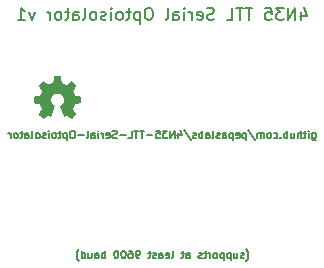
<source format=gbo>
G04 (created by PCBNEW (2013-07-07 BZR 4022)-stable) date 5/4/2015 11:50:08 PM*
%MOIN*%
G04 Gerber Fmt 3.4, Leading zero omitted, Abs format*
%FSLAX34Y34*%
G01*
G70*
G90*
G04 APERTURE LIST*
%ADD10C,0.00590551*%
%ADD11C,0.005*%
%ADD12C,0.008*%
%ADD13C,0.0001*%
G04 APERTURE END LIST*
G54D10*
G54D11*
X89291Y-29196D02*
X89303Y-29184D01*
X89327Y-29148D01*
X89339Y-29125D01*
X89351Y-29089D01*
X89363Y-29029D01*
X89363Y-28982D01*
X89351Y-28922D01*
X89339Y-28886D01*
X89327Y-28863D01*
X89303Y-28827D01*
X89291Y-28815D01*
X89208Y-29089D02*
X89184Y-29101D01*
X89136Y-29101D01*
X89113Y-29089D01*
X89101Y-29065D01*
X89101Y-29053D01*
X89113Y-29029D01*
X89136Y-29017D01*
X89172Y-29017D01*
X89196Y-29005D01*
X89208Y-28982D01*
X89208Y-28970D01*
X89196Y-28946D01*
X89172Y-28934D01*
X89136Y-28934D01*
X89113Y-28946D01*
X88886Y-28934D02*
X88886Y-29101D01*
X88994Y-28934D02*
X88994Y-29065D01*
X88982Y-29089D01*
X88958Y-29101D01*
X88922Y-29101D01*
X88898Y-29089D01*
X88886Y-29077D01*
X88767Y-28934D02*
X88767Y-29184D01*
X88767Y-28946D02*
X88744Y-28934D01*
X88696Y-28934D01*
X88672Y-28946D01*
X88660Y-28958D01*
X88648Y-28982D01*
X88648Y-29053D01*
X88660Y-29077D01*
X88672Y-29089D01*
X88696Y-29101D01*
X88744Y-29101D01*
X88767Y-29089D01*
X88541Y-28934D02*
X88541Y-29184D01*
X88541Y-28946D02*
X88517Y-28934D01*
X88470Y-28934D01*
X88446Y-28946D01*
X88434Y-28958D01*
X88422Y-28982D01*
X88422Y-29053D01*
X88434Y-29077D01*
X88446Y-29089D01*
X88470Y-29101D01*
X88517Y-29101D01*
X88541Y-29089D01*
X88279Y-29101D02*
X88303Y-29089D01*
X88315Y-29077D01*
X88327Y-29053D01*
X88327Y-28982D01*
X88315Y-28958D01*
X88303Y-28946D01*
X88279Y-28934D01*
X88244Y-28934D01*
X88220Y-28946D01*
X88208Y-28958D01*
X88196Y-28982D01*
X88196Y-29053D01*
X88208Y-29077D01*
X88220Y-29089D01*
X88244Y-29101D01*
X88279Y-29101D01*
X88089Y-29101D02*
X88089Y-28934D01*
X88089Y-28982D02*
X88077Y-28958D01*
X88065Y-28946D01*
X88041Y-28934D01*
X88017Y-28934D01*
X87970Y-28934D02*
X87875Y-28934D01*
X87934Y-28851D02*
X87934Y-29065D01*
X87922Y-29089D01*
X87898Y-29101D01*
X87875Y-29101D01*
X87803Y-29089D02*
X87779Y-29101D01*
X87732Y-29101D01*
X87708Y-29089D01*
X87696Y-29065D01*
X87696Y-29053D01*
X87708Y-29029D01*
X87732Y-29017D01*
X87767Y-29017D01*
X87791Y-29005D01*
X87803Y-28982D01*
X87803Y-28970D01*
X87791Y-28946D01*
X87767Y-28934D01*
X87732Y-28934D01*
X87708Y-28946D01*
X87291Y-29101D02*
X87291Y-28970D01*
X87303Y-28946D01*
X87327Y-28934D01*
X87375Y-28934D01*
X87398Y-28946D01*
X87291Y-29089D02*
X87315Y-29101D01*
X87375Y-29101D01*
X87398Y-29089D01*
X87410Y-29065D01*
X87410Y-29041D01*
X87398Y-29017D01*
X87375Y-29005D01*
X87315Y-29005D01*
X87291Y-28994D01*
X87208Y-28934D02*
X87113Y-28934D01*
X87172Y-28851D02*
X87172Y-29065D01*
X87160Y-29089D01*
X87136Y-29101D01*
X87113Y-29101D01*
X86803Y-29101D02*
X86827Y-29089D01*
X86839Y-29065D01*
X86839Y-28851D01*
X86613Y-29089D02*
X86636Y-29101D01*
X86684Y-29101D01*
X86708Y-29089D01*
X86720Y-29065D01*
X86720Y-28970D01*
X86708Y-28946D01*
X86684Y-28934D01*
X86636Y-28934D01*
X86613Y-28946D01*
X86601Y-28970D01*
X86601Y-28994D01*
X86720Y-29017D01*
X86386Y-29101D02*
X86386Y-28970D01*
X86398Y-28946D01*
X86422Y-28934D01*
X86470Y-28934D01*
X86494Y-28946D01*
X86386Y-29089D02*
X86410Y-29101D01*
X86470Y-29101D01*
X86494Y-29089D01*
X86505Y-29065D01*
X86505Y-29041D01*
X86494Y-29017D01*
X86470Y-29005D01*
X86410Y-29005D01*
X86386Y-28994D01*
X86279Y-29089D02*
X86255Y-29101D01*
X86208Y-29101D01*
X86184Y-29089D01*
X86172Y-29065D01*
X86172Y-29053D01*
X86184Y-29029D01*
X86208Y-29017D01*
X86244Y-29017D01*
X86267Y-29005D01*
X86279Y-28982D01*
X86279Y-28970D01*
X86267Y-28946D01*
X86244Y-28934D01*
X86208Y-28934D01*
X86184Y-28946D01*
X86101Y-28934D02*
X86005Y-28934D01*
X86065Y-28851D02*
X86065Y-29065D01*
X86053Y-29089D01*
X86029Y-29101D01*
X86005Y-29101D01*
X85720Y-29101D02*
X85672Y-29101D01*
X85648Y-29089D01*
X85636Y-29077D01*
X85613Y-29041D01*
X85601Y-28994D01*
X85601Y-28898D01*
X85613Y-28875D01*
X85624Y-28863D01*
X85648Y-28851D01*
X85696Y-28851D01*
X85720Y-28863D01*
X85732Y-28875D01*
X85744Y-28898D01*
X85744Y-28958D01*
X85732Y-28982D01*
X85720Y-28994D01*
X85696Y-29005D01*
X85648Y-29005D01*
X85624Y-28994D01*
X85613Y-28982D01*
X85601Y-28958D01*
X85386Y-28851D02*
X85434Y-28851D01*
X85458Y-28863D01*
X85470Y-28875D01*
X85494Y-28910D01*
X85505Y-28958D01*
X85505Y-29053D01*
X85494Y-29077D01*
X85482Y-29089D01*
X85458Y-29101D01*
X85410Y-29101D01*
X85386Y-29089D01*
X85374Y-29077D01*
X85363Y-29053D01*
X85363Y-28994D01*
X85374Y-28970D01*
X85386Y-28958D01*
X85410Y-28946D01*
X85458Y-28946D01*
X85482Y-28958D01*
X85494Y-28970D01*
X85505Y-28994D01*
X85208Y-28851D02*
X85184Y-28851D01*
X85160Y-28863D01*
X85148Y-28875D01*
X85136Y-28898D01*
X85124Y-28946D01*
X85124Y-29005D01*
X85136Y-29053D01*
X85148Y-29077D01*
X85160Y-29089D01*
X85184Y-29101D01*
X85208Y-29101D01*
X85232Y-29089D01*
X85244Y-29077D01*
X85255Y-29053D01*
X85267Y-29005D01*
X85267Y-28946D01*
X85255Y-28898D01*
X85244Y-28875D01*
X85232Y-28863D01*
X85208Y-28851D01*
X84970Y-28851D02*
X84946Y-28851D01*
X84922Y-28863D01*
X84910Y-28875D01*
X84898Y-28898D01*
X84886Y-28946D01*
X84886Y-29005D01*
X84898Y-29053D01*
X84910Y-29077D01*
X84922Y-29089D01*
X84946Y-29101D01*
X84970Y-29101D01*
X84994Y-29089D01*
X85005Y-29077D01*
X85017Y-29053D01*
X85029Y-29005D01*
X85029Y-28946D01*
X85017Y-28898D01*
X85005Y-28875D01*
X84994Y-28863D01*
X84970Y-28851D01*
X84589Y-29101D02*
X84589Y-28851D01*
X84589Y-28946D02*
X84565Y-28934D01*
X84517Y-28934D01*
X84494Y-28946D01*
X84482Y-28958D01*
X84470Y-28982D01*
X84470Y-29053D01*
X84482Y-29077D01*
X84494Y-29089D01*
X84517Y-29101D01*
X84565Y-29101D01*
X84589Y-29089D01*
X84255Y-29101D02*
X84255Y-28970D01*
X84267Y-28946D01*
X84291Y-28934D01*
X84339Y-28934D01*
X84363Y-28946D01*
X84255Y-29089D02*
X84279Y-29101D01*
X84339Y-29101D01*
X84363Y-29089D01*
X84374Y-29065D01*
X84374Y-29041D01*
X84363Y-29017D01*
X84339Y-29005D01*
X84279Y-29005D01*
X84255Y-28994D01*
X84029Y-28934D02*
X84029Y-29101D01*
X84136Y-28934D02*
X84136Y-29065D01*
X84124Y-29089D01*
X84101Y-29101D01*
X84065Y-29101D01*
X84041Y-29089D01*
X84029Y-29077D01*
X83803Y-29101D02*
X83803Y-28851D01*
X83803Y-29089D02*
X83827Y-29101D01*
X83874Y-29101D01*
X83898Y-29089D01*
X83910Y-29077D01*
X83922Y-29053D01*
X83922Y-28982D01*
X83910Y-28958D01*
X83898Y-28946D01*
X83874Y-28934D01*
X83827Y-28934D01*
X83803Y-28946D01*
X83708Y-29196D02*
X83696Y-29184D01*
X83672Y-29148D01*
X83660Y-29125D01*
X83648Y-29089D01*
X83636Y-29029D01*
X83636Y-28982D01*
X83648Y-28922D01*
X83660Y-28886D01*
X83672Y-28863D01*
X83696Y-28827D01*
X83708Y-28815D01*
G54D12*
X91128Y-20895D02*
X91128Y-21161D01*
X91223Y-20742D02*
X91319Y-21028D01*
X91071Y-21028D01*
X90919Y-21161D02*
X90919Y-20761D01*
X90690Y-21161D01*
X90690Y-20761D01*
X90538Y-20761D02*
X90290Y-20761D01*
X90423Y-20914D01*
X90366Y-20914D01*
X90328Y-20933D01*
X90309Y-20952D01*
X90290Y-20990D01*
X90290Y-21085D01*
X90309Y-21123D01*
X90328Y-21142D01*
X90366Y-21161D01*
X90480Y-21161D01*
X90519Y-21142D01*
X90538Y-21123D01*
X89928Y-20761D02*
X90119Y-20761D01*
X90138Y-20952D01*
X90119Y-20933D01*
X90080Y-20914D01*
X89985Y-20914D01*
X89947Y-20933D01*
X89928Y-20952D01*
X89909Y-20990D01*
X89909Y-21085D01*
X89928Y-21123D01*
X89947Y-21142D01*
X89985Y-21161D01*
X90080Y-21161D01*
X90119Y-21142D01*
X90138Y-21123D01*
X89490Y-20761D02*
X89261Y-20761D01*
X89376Y-21161D02*
X89376Y-20761D01*
X89185Y-20761D02*
X88957Y-20761D01*
X89071Y-21161D02*
X89071Y-20761D01*
X88633Y-21161D02*
X88823Y-21161D01*
X88823Y-20761D01*
X88214Y-21142D02*
X88157Y-21161D01*
X88061Y-21161D01*
X88023Y-21142D01*
X88004Y-21123D01*
X87985Y-21085D01*
X87985Y-21047D01*
X88004Y-21009D01*
X88023Y-20990D01*
X88061Y-20971D01*
X88138Y-20952D01*
X88176Y-20933D01*
X88195Y-20914D01*
X88214Y-20876D01*
X88214Y-20838D01*
X88195Y-20800D01*
X88176Y-20780D01*
X88138Y-20761D01*
X88042Y-20761D01*
X87985Y-20780D01*
X87661Y-21142D02*
X87699Y-21161D01*
X87776Y-21161D01*
X87814Y-21142D01*
X87833Y-21104D01*
X87833Y-20952D01*
X87814Y-20914D01*
X87776Y-20895D01*
X87699Y-20895D01*
X87661Y-20914D01*
X87642Y-20952D01*
X87642Y-20990D01*
X87833Y-21028D01*
X87471Y-21161D02*
X87471Y-20895D01*
X87471Y-20971D02*
X87452Y-20933D01*
X87433Y-20914D01*
X87395Y-20895D01*
X87357Y-20895D01*
X87223Y-21161D02*
X87223Y-20895D01*
X87223Y-20761D02*
X87242Y-20780D01*
X87223Y-20800D01*
X87204Y-20780D01*
X87223Y-20761D01*
X87223Y-20800D01*
X86861Y-21161D02*
X86861Y-20952D01*
X86880Y-20914D01*
X86919Y-20895D01*
X86995Y-20895D01*
X87033Y-20914D01*
X86861Y-21142D02*
X86899Y-21161D01*
X86995Y-21161D01*
X87033Y-21142D01*
X87052Y-21104D01*
X87052Y-21066D01*
X87033Y-21028D01*
X86995Y-21009D01*
X86899Y-21009D01*
X86861Y-20990D01*
X86614Y-21161D02*
X86652Y-21142D01*
X86671Y-21104D01*
X86671Y-20761D01*
X86080Y-20761D02*
X86004Y-20761D01*
X85966Y-20780D01*
X85928Y-20819D01*
X85909Y-20895D01*
X85909Y-21028D01*
X85928Y-21104D01*
X85966Y-21142D01*
X86004Y-21161D01*
X86080Y-21161D01*
X86119Y-21142D01*
X86157Y-21104D01*
X86176Y-21028D01*
X86176Y-20895D01*
X86157Y-20819D01*
X86119Y-20780D01*
X86080Y-20761D01*
X85738Y-20895D02*
X85738Y-21295D01*
X85738Y-20914D02*
X85699Y-20895D01*
X85623Y-20895D01*
X85585Y-20914D01*
X85566Y-20933D01*
X85547Y-20971D01*
X85547Y-21085D01*
X85566Y-21123D01*
X85585Y-21142D01*
X85623Y-21161D01*
X85699Y-21161D01*
X85738Y-21142D01*
X85433Y-20895D02*
X85280Y-20895D01*
X85376Y-20761D02*
X85376Y-21104D01*
X85357Y-21142D01*
X85319Y-21161D01*
X85280Y-21161D01*
X85090Y-21161D02*
X85128Y-21142D01*
X85147Y-21123D01*
X85166Y-21085D01*
X85166Y-20971D01*
X85147Y-20933D01*
X85128Y-20914D01*
X85090Y-20895D01*
X85033Y-20895D01*
X84995Y-20914D01*
X84976Y-20933D01*
X84957Y-20971D01*
X84957Y-21085D01*
X84976Y-21123D01*
X84995Y-21142D01*
X85033Y-21161D01*
X85090Y-21161D01*
X84785Y-21161D02*
X84785Y-20895D01*
X84785Y-20761D02*
X84804Y-20780D01*
X84785Y-20800D01*
X84766Y-20780D01*
X84785Y-20761D01*
X84785Y-20800D01*
X84614Y-21142D02*
X84576Y-21161D01*
X84499Y-21161D01*
X84461Y-21142D01*
X84442Y-21104D01*
X84442Y-21085D01*
X84461Y-21047D01*
X84499Y-21028D01*
X84557Y-21028D01*
X84595Y-21009D01*
X84614Y-20971D01*
X84614Y-20952D01*
X84595Y-20914D01*
X84557Y-20895D01*
X84499Y-20895D01*
X84461Y-20914D01*
X84214Y-21161D02*
X84252Y-21142D01*
X84271Y-21123D01*
X84290Y-21085D01*
X84290Y-20971D01*
X84271Y-20933D01*
X84252Y-20914D01*
X84214Y-20895D01*
X84157Y-20895D01*
X84119Y-20914D01*
X84100Y-20933D01*
X84080Y-20971D01*
X84080Y-21085D01*
X84100Y-21123D01*
X84119Y-21142D01*
X84157Y-21161D01*
X84214Y-21161D01*
X83852Y-21161D02*
X83890Y-21142D01*
X83909Y-21104D01*
X83909Y-20761D01*
X83528Y-21161D02*
X83528Y-20952D01*
X83547Y-20914D01*
X83585Y-20895D01*
X83661Y-20895D01*
X83700Y-20914D01*
X83528Y-21142D02*
X83566Y-21161D01*
X83661Y-21161D01*
X83700Y-21142D01*
X83719Y-21104D01*
X83719Y-21066D01*
X83700Y-21028D01*
X83661Y-21009D01*
X83566Y-21009D01*
X83528Y-20990D01*
X83395Y-20895D02*
X83242Y-20895D01*
X83338Y-20761D02*
X83338Y-21104D01*
X83319Y-21142D01*
X83280Y-21161D01*
X83242Y-21161D01*
X83052Y-21161D02*
X83090Y-21142D01*
X83109Y-21123D01*
X83128Y-21085D01*
X83128Y-20971D01*
X83109Y-20933D01*
X83090Y-20914D01*
X83052Y-20895D01*
X82995Y-20895D01*
X82957Y-20914D01*
X82938Y-20933D01*
X82919Y-20971D01*
X82919Y-21085D01*
X82938Y-21123D01*
X82957Y-21142D01*
X82995Y-21161D01*
X83052Y-21161D01*
X82747Y-21161D02*
X82747Y-20895D01*
X82747Y-20971D02*
X82728Y-20933D01*
X82709Y-20914D01*
X82671Y-20895D01*
X82633Y-20895D01*
X82233Y-20895D02*
X82138Y-21161D01*
X82042Y-20895D01*
X81680Y-21161D02*
X81909Y-21161D01*
X81795Y-21161D02*
X81795Y-20761D01*
X81833Y-20819D01*
X81871Y-20857D01*
X81909Y-20876D01*
G54D11*
X91494Y-24934D02*
X91494Y-25136D01*
X91505Y-25160D01*
X91517Y-25172D01*
X91541Y-25184D01*
X91577Y-25184D01*
X91601Y-25172D01*
X91494Y-25089D02*
X91517Y-25101D01*
X91565Y-25101D01*
X91589Y-25089D01*
X91601Y-25077D01*
X91613Y-25053D01*
X91613Y-24982D01*
X91601Y-24958D01*
X91589Y-24946D01*
X91565Y-24934D01*
X91517Y-24934D01*
X91494Y-24946D01*
X91375Y-25101D02*
X91375Y-24934D01*
X91375Y-24851D02*
X91386Y-24863D01*
X91375Y-24875D01*
X91363Y-24863D01*
X91375Y-24851D01*
X91375Y-24875D01*
X91291Y-24934D02*
X91196Y-24934D01*
X91255Y-24851D02*
X91255Y-25065D01*
X91244Y-25089D01*
X91220Y-25101D01*
X91196Y-25101D01*
X91113Y-25101D02*
X91113Y-24851D01*
X91005Y-25101D02*
X91005Y-24970D01*
X91017Y-24946D01*
X91041Y-24934D01*
X91077Y-24934D01*
X91101Y-24946D01*
X91113Y-24958D01*
X90779Y-24934D02*
X90779Y-25101D01*
X90886Y-24934D02*
X90886Y-25065D01*
X90875Y-25089D01*
X90851Y-25101D01*
X90815Y-25101D01*
X90791Y-25089D01*
X90779Y-25077D01*
X90660Y-25101D02*
X90660Y-24851D01*
X90660Y-24946D02*
X90636Y-24934D01*
X90589Y-24934D01*
X90565Y-24946D01*
X90553Y-24958D01*
X90541Y-24982D01*
X90541Y-25053D01*
X90553Y-25077D01*
X90565Y-25089D01*
X90589Y-25101D01*
X90636Y-25101D01*
X90660Y-25089D01*
X90434Y-25077D02*
X90422Y-25089D01*
X90434Y-25101D01*
X90446Y-25089D01*
X90434Y-25077D01*
X90434Y-25101D01*
X90208Y-25089D02*
X90232Y-25101D01*
X90279Y-25101D01*
X90303Y-25089D01*
X90315Y-25077D01*
X90327Y-25053D01*
X90327Y-24982D01*
X90315Y-24958D01*
X90303Y-24946D01*
X90279Y-24934D01*
X90232Y-24934D01*
X90208Y-24946D01*
X90065Y-25101D02*
X90089Y-25089D01*
X90101Y-25077D01*
X90113Y-25053D01*
X90113Y-24982D01*
X90101Y-24958D01*
X90089Y-24946D01*
X90065Y-24934D01*
X90029Y-24934D01*
X90005Y-24946D01*
X89994Y-24958D01*
X89982Y-24982D01*
X89982Y-25053D01*
X89994Y-25077D01*
X90005Y-25089D01*
X90029Y-25101D01*
X90065Y-25101D01*
X89875Y-25101D02*
X89875Y-24934D01*
X89875Y-24958D02*
X89863Y-24946D01*
X89839Y-24934D01*
X89803Y-24934D01*
X89779Y-24946D01*
X89767Y-24970D01*
X89767Y-25101D01*
X89767Y-24970D02*
X89755Y-24946D01*
X89732Y-24934D01*
X89696Y-24934D01*
X89672Y-24946D01*
X89660Y-24970D01*
X89660Y-25101D01*
X89363Y-24839D02*
X89577Y-25160D01*
X89279Y-24934D02*
X89279Y-25184D01*
X89279Y-24946D02*
X89255Y-24934D01*
X89208Y-24934D01*
X89184Y-24946D01*
X89172Y-24958D01*
X89160Y-24982D01*
X89160Y-25053D01*
X89172Y-25077D01*
X89184Y-25089D01*
X89208Y-25101D01*
X89255Y-25101D01*
X89279Y-25089D01*
X88958Y-25089D02*
X88982Y-25101D01*
X89029Y-25101D01*
X89053Y-25089D01*
X89065Y-25065D01*
X89065Y-24970D01*
X89053Y-24946D01*
X89029Y-24934D01*
X88982Y-24934D01*
X88958Y-24946D01*
X88946Y-24970D01*
X88946Y-24994D01*
X89065Y-25017D01*
X88839Y-24934D02*
X88839Y-25184D01*
X88839Y-24946D02*
X88815Y-24934D01*
X88767Y-24934D01*
X88744Y-24946D01*
X88732Y-24958D01*
X88720Y-24982D01*
X88720Y-25053D01*
X88732Y-25077D01*
X88744Y-25089D01*
X88767Y-25101D01*
X88815Y-25101D01*
X88839Y-25089D01*
X88505Y-25101D02*
X88505Y-24970D01*
X88517Y-24946D01*
X88541Y-24934D01*
X88589Y-24934D01*
X88613Y-24946D01*
X88505Y-25089D02*
X88529Y-25101D01*
X88589Y-25101D01*
X88613Y-25089D01*
X88625Y-25065D01*
X88625Y-25041D01*
X88613Y-25017D01*
X88589Y-25005D01*
X88529Y-25005D01*
X88505Y-24994D01*
X88398Y-25089D02*
X88374Y-25101D01*
X88327Y-25101D01*
X88303Y-25089D01*
X88291Y-25065D01*
X88291Y-25053D01*
X88303Y-25029D01*
X88327Y-25017D01*
X88363Y-25017D01*
X88386Y-25005D01*
X88398Y-24982D01*
X88398Y-24970D01*
X88386Y-24946D01*
X88363Y-24934D01*
X88327Y-24934D01*
X88303Y-24946D01*
X88148Y-25101D02*
X88172Y-25089D01*
X88184Y-25065D01*
X88184Y-24851D01*
X87946Y-25101D02*
X87946Y-24970D01*
X87958Y-24946D01*
X87982Y-24934D01*
X88029Y-24934D01*
X88053Y-24946D01*
X87946Y-25089D02*
X87970Y-25101D01*
X88029Y-25101D01*
X88053Y-25089D01*
X88065Y-25065D01*
X88065Y-25041D01*
X88053Y-25017D01*
X88029Y-25005D01*
X87970Y-25005D01*
X87946Y-24994D01*
X87827Y-25101D02*
X87827Y-24851D01*
X87827Y-24946D02*
X87803Y-24934D01*
X87755Y-24934D01*
X87732Y-24946D01*
X87720Y-24958D01*
X87708Y-24982D01*
X87708Y-25053D01*
X87720Y-25077D01*
X87732Y-25089D01*
X87755Y-25101D01*
X87803Y-25101D01*
X87827Y-25089D01*
X87613Y-25089D02*
X87589Y-25101D01*
X87541Y-25101D01*
X87517Y-25089D01*
X87505Y-25065D01*
X87505Y-25053D01*
X87517Y-25029D01*
X87541Y-25017D01*
X87577Y-25017D01*
X87601Y-25005D01*
X87613Y-24982D01*
X87613Y-24970D01*
X87601Y-24946D01*
X87577Y-24934D01*
X87541Y-24934D01*
X87517Y-24946D01*
X87220Y-24839D02*
X87434Y-25160D01*
X87029Y-24934D02*
X87029Y-25101D01*
X87089Y-24839D02*
X87148Y-25017D01*
X86994Y-25017D01*
X86898Y-25101D02*
X86898Y-24851D01*
X86755Y-25101D01*
X86755Y-24851D01*
X86660Y-24851D02*
X86505Y-24851D01*
X86589Y-24946D01*
X86553Y-24946D01*
X86529Y-24958D01*
X86517Y-24970D01*
X86505Y-24994D01*
X86505Y-25053D01*
X86517Y-25077D01*
X86529Y-25089D01*
X86553Y-25101D01*
X86624Y-25101D01*
X86648Y-25089D01*
X86660Y-25077D01*
X86279Y-24851D02*
X86398Y-24851D01*
X86410Y-24970D01*
X86398Y-24958D01*
X86374Y-24946D01*
X86315Y-24946D01*
X86291Y-24958D01*
X86279Y-24970D01*
X86267Y-24994D01*
X86267Y-25053D01*
X86279Y-25077D01*
X86291Y-25089D01*
X86315Y-25101D01*
X86374Y-25101D01*
X86398Y-25089D01*
X86410Y-25077D01*
X86160Y-25005D02*
X85970Y-25005D01*
X85886Y-24851D02*
X85744Y-24851D01*
X85815Y-25101D02*
X85815Y-24851D01*
X85696Y-24851D02*
X85553Y-24851D01*
X85624Y-25101D02*
X85624Y-24851D01*
X85351Y-25101D02*
X85470Y-25101D01*
X85470Y-24851D01*
X85267Y-25005D02*
X85077Y-25005D01*
X84970Y-25089D02*
X84934Y-25101D01*
X84874Y-25101D01*
X84851Y-25089D01*
X84839Y-25077D01*
X84827Y-25053D01*
X84827Y-25029D01*
X84839Y-25005D01*
X84851Y-24994D01*
X84874Y-24982D01*
X84922Y-24970D01*
X84946Y-24958D01*
X84958Y-24946D01*
X84970Y-24922D01*
X84970Y-24898D01*
X84958Y-24875D01*
X84946Y-24863D01*
X84922Y-24851D01*
X84863Y-24851D01*
X84827Y-24863D01*
X84624Y-25089D02*
X84648Y-25101D01*
X84696Y-25101D01*
X84720Y-25089D01*
X84732Y-25065D01*
X84732Y-24970D01*
X84720Y-24946D01*
X84696Y-24934D01*
X84648Y-24934D01*
X84624Y-24946D01*
X84613Y-24970D01*
X84613Y-24994D01*
X84732Y-25017D01*
X84505Y-25101D02*
X84505Y-24934D01*
X84505Y-24982D02*
X84494Y-24958D01*
X84482Y-24946D01*
X84458Y-24934D01*
X84434Y-24934D01*
X84351Y-25101D02*
X84351Y-24934D01*
X84351Y-24851D02*
X84363Y-24863D01*
X84351Y-24875D01*
X84339Y-24863D01*
X84351Y-24851D01*
X84351Y-24875D01*
X84124Y-25101D02*
X84124Y-24970D01*
X84136Y-24946D01*
X84160Y-24934D01*
X84208Y-24934D01*
X84232Y-24946D01*
X84124Y-25089D02*
X84148Y-25101D01*
X84208Y-25101D01*
X84232Y-25089D01*
X84244Y-25065D01*
X84244Y-25041D01*
X84232Y-25017D01*
X84208Y-25005D01*
X84148Y-25005D01*
X84124Y-24994D01*
X83970Y-25101D02*
X83994Y-25089D01*
X84005Y-25065D01*
X84005Y-24851D01*
X83874Y-25005D02*
X83684Y-25005D01*
X83517Y-24851D02*
X83470Y-24851D01*
X83446Y-24863D01*
X83422Y-24886D01*
X83410Y-24934D01*
X83410Y-25017D01*
X83422Y-25065D01*
X83446Y-25089D01*
X83470Y-25101D01*
X83517Y-25101D01*
X83541Y-25089D01*
X83565Y-25065D01*
X83577Y-25017D01*
X83577Y-24934D01*
X83565Y-24886D01*
X83541Y-24863D01*
X83517Y-24851D01*
X83303Y-24934D02*
X83303Y-25184D01*
X83303Y-24946D02*
X83279Y-24934D01*
X83232Y-24934D01*
X83208Y-24946D01*
X83196Y-24958D01*
X83184Y-24982D01*
X83184Y-25053D01*
X83196Y-25077D01*
X83208Y-25089D01*
X83232Y-25101D01*
X83279Y-25101D01*
X83303Y-25089D01*
X83113Y-24934D02*
X83017Y-24934D01*
X83077Y-24851D02*
X83077Y-25065D01*
X83065Y-25089D01*
X83041Y-25101D01*
X83017Y-25101D01*
X82898Y-25101D02*
X82922Y-25089D01*
X82934Y-25077D01*
X82946Y-25053D01*
X82946Y-24982D01*
X82934Y-24958D01*
X82922Y-24946D01*
X82898Y-24934D01*
X82863Y-24934D01*
X82839Y-24946D01*
X82827Y-24958D01*
X82815Y-24982D01*
X82815Y-25053D01*
X82827Y-25077D01*
X82839Y-25089D01*
X82863Y-25101D01*
X82898Y-25101D01*
X82708Y-25101D02*
X82708Y-24934D01*
X82708Y-24851D02*
X82720Y-24863D01*
X82708Y-24875D01*
X82696Y-24863D01*
X82708Y-24851D01*
X82708Y-24875D01*
X82601Y-25089D02*
X82577Y-25101D01*
X82529Y-25101D01*
X82505Y-25089D01*
X82494Y-25065D01*
X82494Y-25053D01*
X82505Y-25029D01*
X82529Y-25017D01*
X82565Y-25017D01*
X82589Y-25005D01*
X82601Y-24982D01*
X82601Y-24970D01*
X82589Y-24946D01*
X82565Y-24934D01*
X82529Y-24934D01*
X82505Y-24946D01*
X82351Y-25101D02*
X82374Y-25089D01*
X82386Y-25077D01*
X82398Y-25053D01*
X82398Y-24982D01*
X82386Y-24958D01*
X82374Y-24946D01*
X82351Y-24934D01*
X82315Y-24934D01*
X82291Y-24946D01*
X82279Y-24958D01*
X82267Y-24982D01*
X82267Y-25053D01*
X82279Y-25077D01*
X82291Y-25089D01*
X82315Y-25101D01*
X82351Y-25101D01*
X82124Y-25101D02*
X82148Y-25089D01*
X82160Y-25065D01*
X82160Y-24851D01*
X81922Y-25101D02*
X81922Y-24970D01*
X81934Y-24946D01*
X81958Y-24934D01*
X82005Y-24934D01*
X82029Y-24946D01*
X81922Y-25089D02*
X81946Y-25101D01*
X82005Y-25101D01*
X82029Y-25089D01*
X82041Y-25065D01*
X82041Y-25041D01*
X82029Y-25017D01*
X82005Y-25005D01*
X81946Y-25005D01*
X81922Y-24994D01*
X81839Y-24934D02*
X81744Y-24934D01*
X81803Y-24851D02*
X81803Y-25065D01*
X81791Y-25089D01*
X81767Y-25101D01*
X81744Y-25101D01*
X81624Y-25101D02*
X81648Y-25089D01*
X81660Y-25077D01*
X81672Y-25053D01*
X81672Y-24982D01*
X81660Y-24958D01*
X81648Y-24946D01*
X81624Y-24934D01*
X81589Y-24934D01*
X81565Y-24946D01*
X81553Y-24958D01*
X81541Y-24982D01*
X81541Y-25053D01*
X81553Y-25077D01*
X81565Y-25089D01*
X81589Y-25101D01*
X81624Y-25101D01*
X81434Y-25101D02*
X81434Y-24934D01*
X81434Y-24982D02*
X81422Y-24958D01*
X81410Y-24946D01*
X81386Y-24934D01*
X81363Y-24934D01*
G54D13*
G36*
X83477Y-24457D02*
X83469Y-24453D01*
X83450Y-24441D01*
X83424Y-24424D01*
X83393Y-24403D01*
X83362Y-24382D01*
X83336Y-24365D01*
X83318Y-24353D01*
X83311Y-24349D01*
X83307Y-24350D01*
X83292Y-24358D01*
X83270Y-24369D01*
X83258Y-24375D01*
X83238Y-24384D01*
X83228Y-24386D01*
X83227Y-24383D01*
X83219Y-24368D01*
X83208Y-24342D01*
X83193Y-24308D01*
X83176Y-24268D01*
X83158Y-24225D01*
X83140Y-24181D01*
X83122Y-24139D01*
X83107Y-24101D01*
X83094Y-24071D01*
X83086Y-24049D01*
X83083Y-24040D01*
X83084Y-24038D01*
X83094Y-24029D01*
X83111Y-24016D01*
X83149Y-23985D01*
X83185Y-23939D01*
X83208Y-23887D01*
X83215Y-23829D01*
X83209Y-23776D01*
X83188Y-23725D01*
X83152Y-23678D01*
X83108Y-23644D01*
X83057Y-23622D01*
X83000Y-23615D01*
X82945Y-23621D01*
X82893Y-23642D01*
X82846Y-23677D01*
X82827Y-23700D01*
X82800Y-23747D01*
X82784Y-23797D01*
X82783Y-23809D01*
X82785Y-23865D01*
X82801Y-23918D01*
X82830Y-23965D01*
X82871Y-24004D01*
X82876Y-24008D01*
X82895Y-24022D01*
X82907Y-24031D01*
X82917Y-24039D01*
X82847Y-24209D01*
X82836Y-24236D01*
X82816Y-24282D01*
X82799Y-24322D01*
X82786Y-24354D01*
X82776Y-24375D01*
X82772Y-24384D01*
X82772Y-24384D01*
X82766Y-24385D01*
X82753Y-24380D01*
X82729Y-24369D01*
X82713Y-24361D01*
X82695Y-24352D01*
X82687Y-24349D01*
X82680Y-24353D01*
X82663Y-24364D01*
X82638Y-24381D01*
X82608Y-24401D01*
X82579Y-24421D01*
X82552Y-24439D01*
X82533Y-24451D01*
X82523Y-24456D01*
X82522Y-24456D01*
X82514Y-24451D01*
X82498Y-24439D01*
X82475Y-24417D01*
X82443Y-24385D01*
X82438Y-24380D01*
X82411Y-24352D01*
X82389Y-24329D01*
X82374Y-24313D01*
X82369Y-24306D01*
X82369Y-24306D01*
X82374Y-24296D01*
X82386Y-24277D01*
X82404Y-24250D01*
X82425Y-24219D01*
X82481Y-24137D01*
X82450Y-24060D01*
X82441Y-24037D01*
X82429Y-24008D01*
X82420Y-23988D01*
X82415Y-23979D01*
X82407Y-23976D01*
X82386Y-23971D01*
X82355Y-23964D01*
X82319Y-23958D01*
X82284Y-23951D01*
X82253Y-23945D01*
X82230Y-23941D01*
X82220Y-23939D01*
X82218Y-23937D01*
X82216Y-23932D01*
X82214Y-23922D01*
X82214Y-23903D01*
X82213Y-23873D01*
X82213Y-23829D01*
X82213Y-23825D01*
X82214Y-23783D01*
X82214Y-23750D01*
X82215Y-23729D01*
X82217Y-23721D01*
X82217Y-23721D01*
X82227Y-23718D01*
X82249Y-23714D01*
X82280Y-23707D01*
X82318Y-23700D01*
X82320Y-23700D01*
X82357Y-23693D01*
X82388Y-23686D01*
X82410Y-23681D01*
X82419Y-23678D01*
X82421Y-23676D01*
X82429Y-23661D01*
X82440Y-23638D01*
X82452Y-23610D01*
X82464Y-23581D01*
X82475Y-23554D01*
X82482Y-23535D01*
X82484Y-23526D01*
X82484Y-23526D01*
X82478Y-23517D01*
X82465Y-23497D01*
X82447Y-23471D01*
X82425Y-23439D01*
X82424Y-23436D01*
X82402Y-23405D01*
X82385Y-23378D01*
X82373Y-23359D01*
X82369Y-23351D01*
X82369Y-23350D01*
X82376Y-23341D01*
X82392Y-23323D01*
X82415Y-23299D01*
X82443Y-23271D01*
X82452Y-23263D01*
X82482Y-23233D01*
X82503Y-23213D01*
X82517Y-23203D01*
X82523Y-23200D01*
X82523Y-23201D01*
X82533Y-23206D01*
X82553Y-23219D01*
X82580Y-23238D01*
X82612Y-23259D01*
X82614Y-23261D01*
X82645Y-23282D01*
X82671Y-23300D01*
X82690Y-23312D01*
X82698Y-23317D01*
X82700Y-23317D01*
X82712Y-23313D01*
X82735Y-23306D01*
X82762Y-23295D01*
X82791Y-23283D01*
X82818Y-23272D01*
X82838Y-23263D01*
X82847Y-23258D01*
X82847Y-23257D01*
X82851Y-23246D01*
X82856Y-23222D01*
X82863Y-23190D01*
X82870Y-23151D01*
X82871Y-23145D01*
X82878Y-23108D01*
X82884Y-23077D01*
X82889Y-23055D01*
X82891Y-23046D01*
X82896Y-23045D01*
X82915Y-23044D01*
X82943Y-23043D01*
X82977Y-23043D01*
X83012Y-23043D01*
X83046Y-23044D01*
X83076Y-23045D01*
X83097Y-23046D01*
X83106Y-23048D01*
X83107Y-23049D01*
X83110Y-23060D01*
X83115Y-23084D01*
X83122Y-23116D01*
X83129Y-23155D01*
X83130Y-23162D01*
X83137Y-23199D01*
X83144Y-23230D01*
X83148Y-23251D01*
X83151Y-23259D01*
X83154Y-23261D01*
X83169Y-23268D01*
X83194Y-23278D01*
X83226Y-23291D01*
X83298Y-23320D01*
X83386Y-23259D01*
X83394Y-23254D01*
X83426Y-23232D01*
X83452Y-23215D01*
X83470Y-23203D01*
X83478Y-23199D01*
X83478Y-23199D01*
X83487Y-23207D01*
X83505Y-23223D01*
X83529Y-23247D01*
X83556Y-23274D01*
X83577Y-23295D01*
X83601Y-23320D01*
X83617Y-23336D01*
X83625Y-23347D01*
X83628Y-23354D01*
X83627Y-23358D01*
X83622Y-23367D01*
X83609Y-23386D01*
X83591Y-23413D01*
X83569Y-23444D01*
X83551Y-23471D01*
X83532Y-23500D01*
X83520Y-23521D01*
X83515Y-23532D01*
X83516Y-23536D01*
X83523Y-23553D01*
X83533Y-23580D01*
X83546Y-23611D01*
X83577Y-23681D01*
X83623Y-23689D01*
X83651Y-23695D01*
X83690Y-23702D01*
X83727Y-23709D01*
X83785Y-23721D01*
X83787Y-23933D01*
X83778Y-23937D01*
X83769Y-23940D01*
X83748Y-23944D01*
X83717Y-23950D01*
X83681Y-23957D01*
X83650Y-23963D01*
X83619Y-23969D01*
X83597Y-23973D01*
X83587Y-23975D01*
X83584Y-23979D01*
X83576Y-23994D01*
X83565Y-24018D01*
X83553Y-24047D01*
X83541Y-24076D01*
X83530Y-24104D01*
X83522Y-24125D01*
X83519Y-24136D01*
X83523Y-24144D01*
X83535Y-24162D01*
X83552Y-24188D01*
X83573Y-24219D01*
X83595Y-24250D01*
X83612Y-24277D01*
X83625Y-24296D01*
X83630Y-24304D01*
X83627Y-24310D01*
X83615Y-24325D01*
X83592Y-24349D01*
X83557Y-24384D01*
X83551Y-24389D01*
X83524Y-24416D01*
X83500Y-24437D01*
X83484Y-24452D01*
X83477Y-24457D01*
X83477Y-24457D01*
G37*
M02*

</source>
